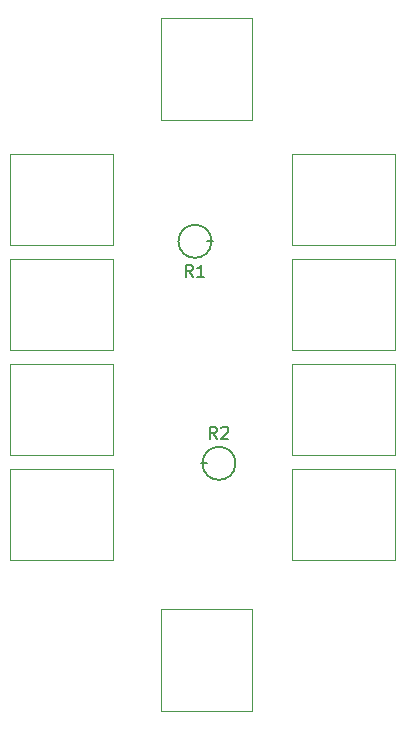
<source format=gbr>
G04 #@! TF.GenerationSoftware,KiCad,Pcbnew,(5.1.2-1)-1*
G04 #@! TF.CreationDate,2019-10-04T07:05:19-04:00*
G04 #@! TF.ProjectId,CANtina,43414e74-696e-4612-9e6b-696361645f70,rev?*
G04 #@! TF.SameCoordinates,Original*
G04 #@! TF.FileFunction,Legend,Top*
G04 #@! TF.FilePolarity,Positive*
%FSLAX46Y46*%
G04 Gerber Fmt 4.6, Leading zero omitted, Abs format (unit mm)*
G04 Created by KiCad (PCBNEW (5.1.2-1)-1) date 2019-10-04 07:05:19*
%MOMM*%
%LPD*%
G04 APERTURE LIST*
%ADD10C,0.150000*%
%ADD11C,0.120000*%
G04 APERTURE END LIST*
D10*
X153289000Y-111252000D02*
G75*
G03X153289000Y-111252000I-1397000J0D01*
G01*
X150876000Y-111252000D02*
X150368000Y-111252000D01*
X151257000Y-92456000D02*
G75*
G03X151257000Y-92456000I-1397000J0D01*
G01*
X150876000Y-92456000D02*
X151384000Y-92456000D01*
D11*
X142880000Y-93940000D02*
X134230000Y-93940000D01*
X134230000Y-101640000D02*
X142880000Y-101640000D01*
X142880000Y-93940000D02*
X142880000Y-101640000D01*
X134230000Y-101640000D02*
X134230000Y-93940000D01*
X142880000Y-102830000D02*
X134230000Y-102830000D01*
X134230000Y-110530000D02*
X142880000Y-110530000D01*
X142880000Y-102830000D02*
X142880000Y-110530000D01*
X134230000Y-110530000D02*
X134230000Y-102830000D01*
X142880000Y-85050000D02*
X134230000Y-85050000D01*
X134230000Y-92750000D02*
X142880000Y-92750000D01*
X142880000Y-85050000D02*
X142880000Y-92750000D01*
X134230000Y-92750000D02*
X134230000Y-85050000D01*
X158110000Y-119420000D02*
X166760000Y-119420000D01*
X166760000Y-111720000D02*
X158110000Y-111720000D01*
X158110000Y-119420000D02*
X158110000Y-111720000D01*
X166760000Y-111720000D02*
X166760000Y-119420000D01*
X142880000Y-111720000D02*
X134230000Y-111720000D01*
X134230000Y-119420000D02*
X142880000Y-119420000D01*
X142880000Y-111720000D02*
X142880000Y-119420000D01*
X134230000Y-119420000D02*
X134230000Y-111720000D01*
X158110000Y-101640000D02*
X166760000Y-101640000D01*
X166760000Y-93940000D02*
X158110000Y-93940000D01*
X158110000Y-101640000D02*
X158110000Y-93940000D01*
X166760000Y-93940000D02*
X166760000Y-101640000D01*
X158110000Y-110530000D02*
X166760000Y-110530000D01*
X166760000Y-102830000D02*
X158110000Y-102830000D01*
X158110000Y-110530000D02*
X158110000Y-102830000D01*
X166760000Y-102830000D02*
X166760000Y-110530000D01*
X158110000Y-92750000D02*
X166760000Y-92750000D01*
X166760000Y-85050000D02*
X158110000Y-85050000D01*
X158110000Y-92750000D02*
X158110000Y-85050000D01*
X166760000Y-85050000D02*
X166760000Y-92750000D01*
X147026000Y-123566000D02*
X147026000Y-132216000D01*
X154726000Y-132216000D02*
X154726000Y-123566000D01*
X147026000Y-123566000D02*
X154726000Y-123566000D01*
X154726000Y-132216000D02*
X147026000Y-132216000D01*
X154726000Y-82174000D02*
X154726000Y-73524000D01*
X147026000Y-73524000D02*
X147026000Y-82174000D01*
X154726000Y-82174000D02*
X147026000Y-82174000D01*
X147026000Y-73524000D02*
X154726000Y-73524000D01*
D10*
X151725333Y-109164380D02*
X151392000Y-108688190D01*
X151153904Y-109164380D02*
X151153904Y-108164380D01*
X151534857Y-108164380D01*
X151630095Y-108212000D01*
X151677714Y-108259619D01*
X151725333Y-108354857D01*
X151725333Y-108497714D01*
X151677714Y-108592952D01*
X151630095Y-108640571D01*
X151534857Y-108688190D01*
X151153904Y-108688190D01*
X152106285Y-108259619D02*
X152153904Y-108212000D01*
X152249142Y-108164380D01*
X152487238Y-108164380D01*
X152582476Y-108212000D01*
X152630095Y-108259619D01*
X152677714Y-108354857D01*
X152677714Y-108450095D01*
X152630095Y-108592952D01*
X152058666Y-109164380D01*
X152677714Y-109164380D01*
X149693333Y-95448380D02*
X149360000Y-94972190D01*
X149121904Y-95448380D02*
X149121904Y-94448380D01*
X149502857Y-94448380D01*
X149598095Y-94496000D01*
X149645714Y-94543619D01*
X149693333Y-94638857D01*
X149693333Y-94781714D01*
X149645714Y-94876952D01*
X149598095Y-94924571D01*
X149502857Y-94972190D01*
X149121904Y-94972190D01*
X150645714Y-95448380D02*
X150074285Y-95448380D01*
X150360000Y-95448380D02*
X150360000Y-94448380D01*
X150264761Y-94591238D01*
X150169523Y-94686476D01*
X150074285Y-94734095D01*
M02*

</source>
